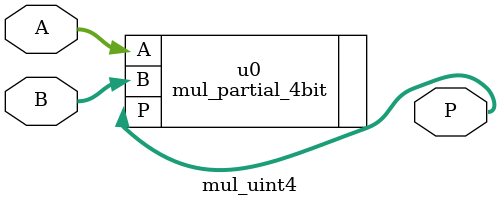
<source format=v>

module mul_uint4(
    input  [3:0] A,  // Multiplicand
    input  [3:0] B,  // Multiplier
    output [3:0] P   // Lower 4 bits of the approximate product
);
    mul_partial_4bit u0 (.A(A), .B(B), .P(P));
endmodule


</source>
